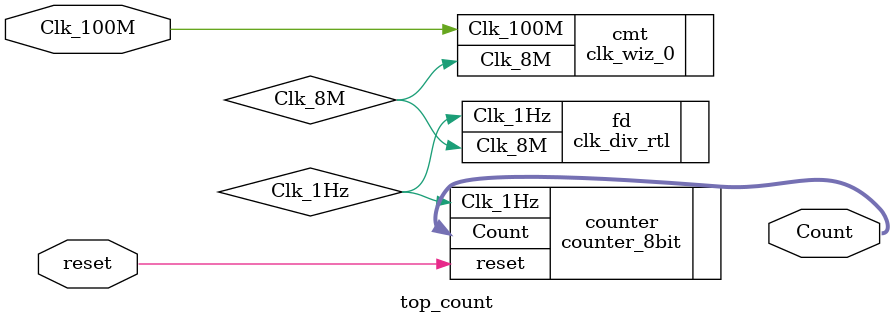
<source format=v>
`timescale 1ns / 1ps


module top_count (
    input Clk_100M,
    input reset,
    output [7:0] Count
);

  wire Clk_8M, Clk_1Hz;

  // CMT INSTANTIATION
  clk_wiz_0 cmt (
      // Clock out ports
      .Clk_8M  (Clk_8M),   // output Clk_8M
      // Clock in ports
      .Clk_100M(Clk_100M)
  );  // input Clk_100M

  // FREQ DIVISION INSTANTIATION
  clk_div_rtl fd (
      .Clk_8M (Clk_8M),
      .Clk_1Hz(Clk_1Hz)
  );

  // COUNTER INSTANTIATION
  counter_8bit counter(
      .Clk_1Hz(Clk_1Hz), .reset(reset), .Count(Count),
  );

endmodule

</source>
